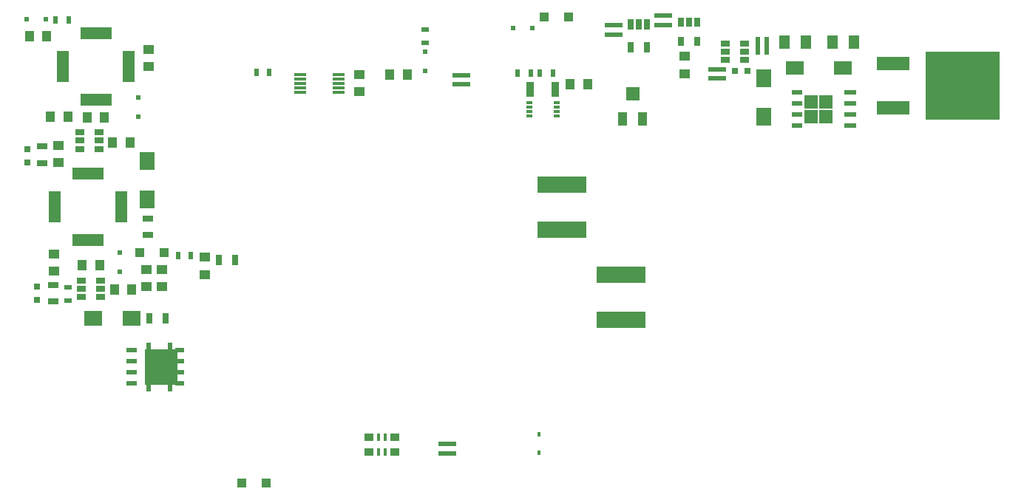
<source format=gtp>
G04 #@! TF.GenerationSoftware,KiCad,Pcbnew,(2017-11-06 revision 9df4ae65e)-makepkg*
G04 #@! TF.CreationDate,2018-07-16T22:37:48-07:00*
G04 #@! TF.ProjectId,MHz_LED_Modulator_v2,4D487A5F4C45445F4D6F64756C61746F,rev?*
G04 #@! TF.SameCoordinates,Original*
G04 #@! TF.FileFunction,Paste,Top*
G04 #@! TF.FilePolarity,Positive*
%FSLAX46Y46*%
G04 Gerber Fmt 4.6, Leading zero omitted, Abs format (unit mm)*
G04 Created by KiCad (PCBNEW (2017-11-06 revision 9df4ae65e)-makepkg) date 07/16/18 22:37:48*
%MOMM*%
%LPD*%
G01*
G04 APERTURE LIST*
%ADD10R,8.510000X7.870000*%
%ADD11R,3.810000X1.620000*%
%ADD12R,1.000000X1.250000*%
%ADD13R,1.250000X1.000000*%
%ADD14R,0.500000X0.500000*%
%ADD15R,2.006600X0.584200*%
%ADD16R,1.107200X0.807200*%
%ADD17R,0.450000X0.807200*%
%ADD18R,0.800000X0.299720*%
%ADD19R,0.450000X0.600000*%
%ADD20R,1.800860X2.100580*%
%ADD21R,3.600000X1.400000*%
%ADD22R,1.400000X3.600000*%
%ADD23R,0.500000X0.900000*%
%ADD24R,1.060000X0.650000*%
%ADD25R,1.400000X0.300000*%
%ADD26R,0.900000X1.700000*%
%ADD27R,0.900000X0.500000*%
%ADD28R,2.100580X1.800860*%
%ADD29R,1.100000X1.100000*%
%ADD30R,0.750000X0.800000*%
%ADD31R,0.700000X1.300000*%
%ADD32R,0.650000X1.060000*%
%ADD33R,1.300000X0.700000*%
%ADD34R,0.650000X1.220000*%
%ADD35R,0.584200X2.006600*%
%ADD36R,5.700001X1.955600*%
%ADD37R,1.600000X1.600000*%
%ADD38R,1.100000X1.600000*%
%ADD39R,1.300000X1.600000*%
%ADD40R,2.000000X1.600000*%
%ADD41R,1.020000X0.610000*%
%ADD42R,3.810000X4.100000*%
%ADD43R,0.600000X5.610000*%
%ADD44R,1.270000X0.610000*%
%ADD45R,1.500000X1.500000*%
%ADD46R,1.200000X0.500000*%
%ADD47R,1.400000X0.500000*%
%ADD48R,0.800000X0.750000*%
G04 APERTURE END LIST*
D10*
X215543000Y-79415000D03*
D11*
X207603000Y-81955000D03*
X207603000Y-76875000D03*
D12*
X120200000Y-85940000D03*
X118200000Y-85940000D03*
X118410000Y-102830000D03*
X120410000Y-102830000D03*
D13*
X123870000Y-100510000D03*
X123870000Y-102510000D03*
D14*
X119058000Y-98585000D03*
X119058000Y-100785000D03*
D15*
X156560000Y-120546600D03*
X156560000Y-121613400D03*
D16*
X150533601Y-121443600D03*
D17*
X149415000Y-121443600D03*
X148635000Y-121443600D03*
D16*
X147526399Y-121443600D03*
X147526399Y-119736400D03*
D17*
X148645000Y-119736400D03*
X149425000Y-119736400D03*
D16*
X150533601Y-119736400D03*
D18*
X165928000Y-82924300D03*
X165928000Y-82423920D03*
X165928000Y-81926080D03*
X165928000Y-81425700D03*
X169028000Y-81425700D03*
X169028000Y-81926080D03*
X169028000Y-82423920D03*
X169028000Y-82924300D03*
D19*
X167060000Y-121520000D03*
X167060000Y-119420000D03*
D20*
X192808000Y-78625360D03*
X192808000Y-83024640D03*
D15*
X175568000Y-72531600D03*
X175568000Y-73598400D03*
X181278000Y-72458400D03*
X181278000Y-71391600D03*
D21*
X115358000Y-97115000D03*
X115358000Y-89515000D03*
D22*
X119158000Y-93315000D03*
X111558000Y-93315000D03*
D21*
X116278000Y-81045000D03*
X116278000Y-73445000D03*
D22*
X120078000Y-77245000D03*
X112478000Y-77245000D03*
D23*
X134668000Y-77925000D03*
X136168000Y-77925000D03*
D24*
X114458000Y-84795000D03*
X114458000Y-85745000D03*
X114458000Y-86695000D03*
X116658000Y-86695000D03*
X116658000Y-84795000D03*
X116658000Y-85745000D03*
X116858000Y-102715000D03*
X116858000Y-101765000D03*
X116858000Y-103665000D03*
X114658000Y-103665000D03*
X114658000Y-102715000D03*
X114658000Y-101765000D03*
D25*
X139678000Y-80175000D03*
X139678000Y-79675000D03*
X139678000Y-79175000D03*
X139678000Y-78675000D03*
X139678000Y-78175000D03*
X144078000Y-78175000D03*
X144078000Y-78675000D03*
X144078000Y-79175000D03*
X144078000Y-79675000D03*
X144078000Y-80175000D03*
D23*
X166088000Y-78025000D03*
X164588000Y-78025000D03*
D15*
X158148000Y-79298400D03*
X158148000Y-78231600D03*
D14*
X154028000Y-77755000D03*
X154028000Y-75555000D03*
D12*
X170578000Y-79265000D03*
X172578000Y-79265000D03*
D23*
X167138000Y-78035000D03*
X168638000Y-78035000D03*
D26*
X168920000Y-79840000D03*
X166020000Y-79840000D03*
D13*
X146458000Y-80155000D03*
X146458000Y-78155000D03*
D12*
X115268000Y-83065000D03*
X117268000Y-83065000D03*
D27*
X154008000Y-73005000D03*
X154008000Y-74505000D03*
D12*
X149958000Y-78175000D03*
X151958000Y-78175000D03*
D28*
X115968360Y-106085000D03*
X120367640Y-106085000D03*
D20*
X122158000Y-92514640D03*
X122158000Y-88115360D03*
D14*
X166268000Y-72825000D03*
X164068000Y-72825000D03*
D29*
X133028000Y-125025000D03*
X135828000Y-125025000D03*
D30*
X109538000Y-103955000D03*
X109538000Y-102455000D03*
D31*
X124308000Y-106125000D03*
X122408000Y-106125000D03*
D14*
X108388000Y-71855000D03*
X110588000Y-71855000D03*
D32*
X185158000Y-74345000D03*
X183258000Y-74345000D03*
X183258000Y-72145000D03*
X184208000Y-72145000D03*
X185158000Y-72145000D03*
D12*
X110678000Y-73775000D03*
X108678000Y-73775000D03*
D13*
X128768000Y-99125000D03*
X128768000Y-101125000D03*
D29*
X170418000Y-71545000D03*
X167618000Y-71545000D03*
X121308000Y-98605000D03*
X124108000Y-98605000D03*
D13*
X183738000Y-78075000D03*
X183738000Y-76075000D03*
X112028000Y-88265000D03*
X112028000Y-86265000D03*
D33*
X122268000Y-94655000D03*
X122268000Y-96555000D03*
D31*
X130340000Y-99460000D03*
X132240000Y-99460000D03*
D34*
X179418000Y-75015000D03*
X177518000Y-75015000D03*
X177518000Y-72395000D03*
X178468000Y-72395000D03*
X179418000Y-72395000D03*
D15*
X187408000Y-78628400D03*
X187408000Y-77561600D03*
D35*
X192064600Y-74845000D03*
X193131400Y-74845000D03*
D24*
X188398000Y-75545000D03*
X188398000Y-76495000D03*
X188398000Y-74595000D03*
X190598000Y-74595000D03*
X190598000Y-75545000D03*
X190598000Y-76495000D03*
D36*
X176440000Y-106267800D03*
X176440000Y-101112200D03*
X169620000Y-90782200D03*
X169620000Y-95937800D03*
D23*
X111698000Y-71885000D03*
X113198000Y-71885000D03*
D37*
X177768000Y-80365000D03*
D38*
X178918000Y-83265000D03*
X176618000Y-83265000D03*
D30*
X108478000Y-86765000D03*
X108478000Y-88265000D03*
D12*
X111078000Y-82975000D03*
X113078000Y-82975000D03*
D13*
X111498000Y-98725000D03*
X111498000Y-100725000D03*
D23*
X127178000Y-98955000D03*
X125678000Y-98955000D03*
D39*
X197602870Y-74477049D03*
D40*
X196352870Y-77377049D03*
D39*
X195102870Y-74477049D03*
X200602870Y-74477049D03*
D40*
X201852870Y-77377049D03*
D39*
X203102870Y-74477049D03*
D41*
X125860000Y-113575000D03*
X125860000Y-111035000D03*
X125860000Y-112305000D03*
X125860000Y-109765000D03*
D42*
X123755000Y-111670000D03*
D43*
X124755000Y-111670000D03*
X122330000Y-111670000D03*
D44*
X120395000Y-113575000D03*
X120395000Y-111035000D03*
X120395000Y-112305000D03*
X120395000Y-109765000D03*
D45*
X198182870Y-81277049D03*
X198182870Y-82977049D03*
X199882870Y-81277049D03*
X199882870Y-82977049D03*
D46*
X196557870Y-80222049D03*
X196557870Y-81492049D03*
X196557870Y-82762049D03*
X196557870Y-84032049D03*
D47*
X202672870Y-84032049D03*
X202678010Y-82759509D03*
X202672870Y-81492049D03*
X202672870Y-80222049D03*
D48*
X190948000Y-77755000D03*
X189448000Y-77755000D03*
D13*
X122320000Y-77270000D03*
X122320000Y-75270000D03*
X122100000Y-100510000D03*
X122100000Y-102510000D03*
D12*
X114708000Y-100025000D03*
X116708000Y-100025000D03*
D14*
X121148000Y-83005000D03*
X121148000Y-80805000D03*
D27*
X113078000Y-102565000D03*
X113078000Y-104065000D03*
D33*
X110128000Y-86415000D03*
X110128000Y-88315000D03*
X111418000Y-104205000D03*
X111418000Y-102305000D03*
M02*

</source>
